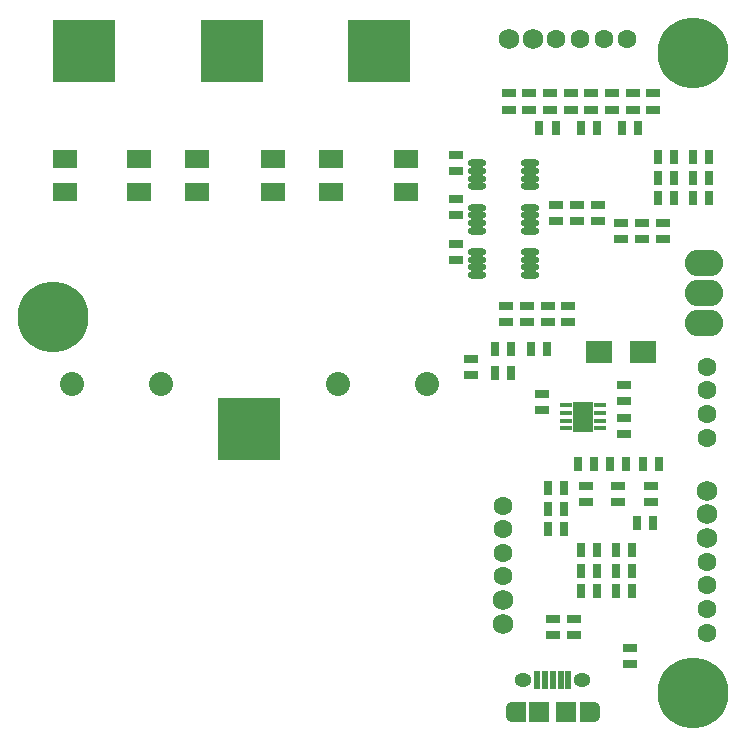
<source format=gbs>
G04*
G04 #@! TF.GenerationSoftware,Altium Limited,Altium Designer,19.1.8 (144)*
G04*
G04 Layer_Color=16711935*
%FSLAX25Y25*%
%MOIN*%
G70*
G01*
G75*
%ADD38R,0.07887X0.06312*%
%ADD44R,0.04540X0.02769*%
%ADD51R,0.02769X0.04540*%
%ADD53R,0.20800X0.20800*%
%ADD56C,0.23635*%
%ADD57C,0.08000*%
%ADD58C,0.06312*%
%ADD59C,0.06800*%
%ADD60O,0.12800X0.08800*%
%ADD61O,0.05721X0.04540*%
%ADD62O,0.04147X0.06902*%
%ADD118O,0.06115X0.02375*%
%ADD119R,0.20800X0.20800*%
%ADD120R,0.08674X0.07296*%
%ADD121R,0.07060X0.10249*%
%ADD122R,0.04147X0.01784*%
%ADD123R,0.05131X0.06902*%
%ADD124R,0.02375X0.06115*%
%ADD125R,0.06706X0.06902*%
D38*
X-176772Y-57776D02*
D03*
Y-46949D02*
D03*
X-132283Y-46949D02*
D03*
Y-57776D02*
D03*
X-151575Y-46949D02*
D03*
Y-57776D02*
D03*
X-220866Y-57776D02*
D03*
Y-46949D02*
D03*
X-107087Y-57874D02*
D03*
Y-47047D02*
D03*
X-196063Y-57776D02*
D03*
Y-46949D02*
D03*
D44*
X-34449Y-133127D02*
D03*
Y-138527D02*
D03*
Y-127700D02*
D03*
Y-122300D02*
D03*
X-47244Y-161165D02*
D03*
Y-155765D02*
D03*
X-36417Y-161165D02*
D03*
Y-155765D02*
D03*
X-25591Y-161165D02*
D03*
Y-155765D02*
D03*
X-90551Y-60292D02*
D03*
Y-65692D02*
D03*
Y-45528D02*
D03*
Y-50928D02*
D03*
Y-75056D02*
D03*
Y-80456D02*
D03*
X-50197Y-67661D02*
D03*
Y-62261D02*
D03*
X-32677Y-209898D02*
D03*
Y-215298D02*
D03*
X-62008Y-130653D02*
D03*
Y-125253D02*
D03*
X-66142Y-30400D02*
D03*
Y-25000D02*
D03*
X-60039Y-101125D02*
D03*
Y-95725D02*
D03*
X-85630Y-113442D02*
D03*
Y-118842D02*
D03*
X-73032Y-25000D02*
D03*
Y-30400D02*
D03*
X-52362D02*
D03*
Y-25000D02*
D03*
X-38583Y-30400D02*
D03*
Y-25000D02*
D03*
X-24803Y-30400D02*
D03*
Y-25000D02*
D03*
X-31693D02*
D03*
Y-30400D02*
D03*
X-45472Y-25000D02*
D03*
Y-30400D02*
D03*
X-59252Y-25000D02*
D03*
Y-30400D02*
D03*
X-66929Y-101125D02*
D03*
Y-95725D02*
D03*
X-53150Y-101125D02*
D03*
Y-95725D02*
D03*
X-73819Y-101125D02*
D03*
Y-95725D02*
D03*
X-57087Y-62261D02*
D03*
Y-67661D02*
D03*
X-43307Y-62261D02*
D03*
Y-67661D02*
D03*
X-35433Y-68166D02*
D03*
Y-73566D02*
D03*
X-28543Y-68166D02*
D03*
Y-73566D02*
D03*
X-21654Y-68166D02*
D03*
Y-73566D02*
D03*
X-51181Y-200056D02*
D03*
Y-205456D02*
D03*
X-58268Y-200056D02*
D03*
Y-205456D02*
D03*
D51*
X-44544Y-148622D02*
D03*
X-49944D02*
D03*
X-33717D02*
D03*
X-39117D02*
D03*
X-22891D02*
D03*
X-28291D02*
D03*
X-77503Y-110237D02*
D03*
X-72102D02*
D03*
X-35180Y-36670D02*
D03*
X-29780D02*
D03*
X-48960D02*
D03*
X-43560D02*
D03*
X-62739D02*
D03*
X-57339D02*
D03*
X-30259Y-168307D02*
D03*
X-24859D02*
D03*
X-59787Y-156496D02*
D03*
X-54387D02*
D03*
X-60292Y-110236D02*
D03*
X-65692D02*
D03*
X-72102Y-118111D02*
D03*
X-77503D02*
D03*
X-17969Y-60039D02*
D03*
X-23369D02*
D03*
X-11558D02*
D03*
X-6158D02*
D03*
X-17969Y-53150D02*
D03*
X-23369D02*
D03*
X-11558D02*
D03*
X-6158D02*
D03*
X-17969Y-46260D02*
D03*
X-23369D02*
D03*
X-11558D02*
D03*
X-6158D02*
D03*
X-59787Y-163386D02*
D03*
X-54387Y-163386D02*
D03*
X-43560Y-190946D02*
D03*
X-48960D02*
D03*
X-43560Y-184056D02*
D03*
X-48960D02*
D03*
X-43560Y-177166D02*
D03*
X-48960D02*
D03*
X-54387Y-170276D02*
D03*
X-59787D02*
D03*
X-37149Y-177166D02*
D03*
X-31749D02*
D03*
X-37149Y-190946D02*
D03*
X-31749D02*
D03*
X-37149Y-184056D02*
D03*
X-31749D02*
D03*
D53*
X-214567Y-10827D02*
D03*
X-116142D02*
D03*
X-159449Y-136811D02*
D03*
D56*
X-11417Y-224803D02*
D03*
X-224803Y-99606D02*
D03*
X-11417Y-11417D02*
D03*
D57*
X-218386Y-122047D02*
D03*
X-188859Y-122047D02*
D03*
X-100276Y-122047D02*
D03*
X-129803Y-122047D02*
D03*
D58*
X-6890Y-139764D02*
D03*
Y-131890D02*
D03*
Y-124016D02*
D03*
Y-116142D02*
D03*
X-57086Y-6889D02*
D03*
X-49212D02*
D03*
X-41338D02*
D03*
X-33464D02*
D03*
X-74803Y-186024D02*
D03*
Y-178150D02*
D03*
Y-170276D02*
D03*
Y-162402D02*
D03*
X-6890Y-204724D02*
D03*
Y-196850D02*
D03*
Y-188976D02*
D03*
Y-181102D02*
D03*
D59*
X-72834Y-6889D02*
D03*
X-64960D02*
D03*
X-74803Y-201772D02*
D03*
Y-193898D02*
D03*
X-6890Y-173228D02*
D03*
Y-165354D02*
D03*
Y-157480D02*
D03*
D60*
X-7874Y-81693D02*
D03*
Y-91693D02*
D03*
Y-101693D02*
D03*
D61*
X-68110Y-220472D02*
D03*
X-48425D02*
D03*
D62*
X-72048Y-231102D02*
D03*
X-44487D02*
D03*
D118*
X-66043Y-48327D02*
D03*
X-83563Y-56004D02*
D03*
Y-53445D02*
D03*
Y-50886D02*
D03*
X-66043Y-56004D02*
D03*
Y-53445D02*
D03*
Y-50886D02*
D03*
X-83563Y-70768D02*
D03*
Y-68209D02*
D03*
Y-65650D02*
D03*
Y-63090D02*
D03*
X-66043Y-70768D02*
D03*
Y-68209D02*
D03*
Y-65650D02*
D03*
Y-63090D02*
D03*
X-83563Y-85532D02*
D03*
Y-82972D02*
D03*
Y-80413D02*
D03*
Y-77854D02*
D03*
X-66043Y-85532D02*
D03*
Y-82972D02*
D03*
Y-80413D02*
D03*
Y-77854D02*
D03*
X-83563Y-48327D02*
D03*
D119*
X-165354Y-10827D02*
D03*
D120*
X-28051Y-111221D02*
D03*
X-42815D02*
D03*
D121*
X-48228Y-132874D02*
D03*
D122*
X-42638Y-129035D02*
D03*
Y-131595D02*
D03*
Y-134153D02*
D03*
Y-136713D02*
D03*
X-53819Y-129035D02*
D03*
Y-131595D02*
D03*
Y-134153D02*
D03*
Y-136713D02*
D03*
D123*
X-69685Y-231102D02*
D03*
X-46850D02*
D03*
D124*
X-58268Y-220472D02*
D03*
X-55709D02*
D03*
X-60827D02*
D03*
X-53150D02*
D03*
X-63386D02*
D03*
D125*
X-53740Y-231102D02*
D03*
X-62795D02*
D03*
M02*

</source>
